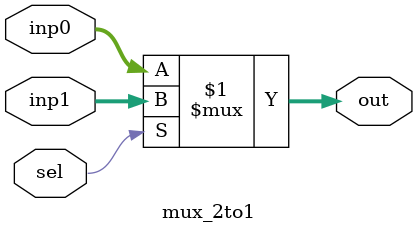
<source format=v>




module mux_2to1#(parameter W=8)(

  input   [W-1:0] inp0,
  input   [W-1:0] inp1,
  input    sel,
  output  wire [W-1:0] out
  );
  assign out = (sel) ? inp1 : inp0;			// case selection for 2x1 MUX

  
endmodule













</source>
